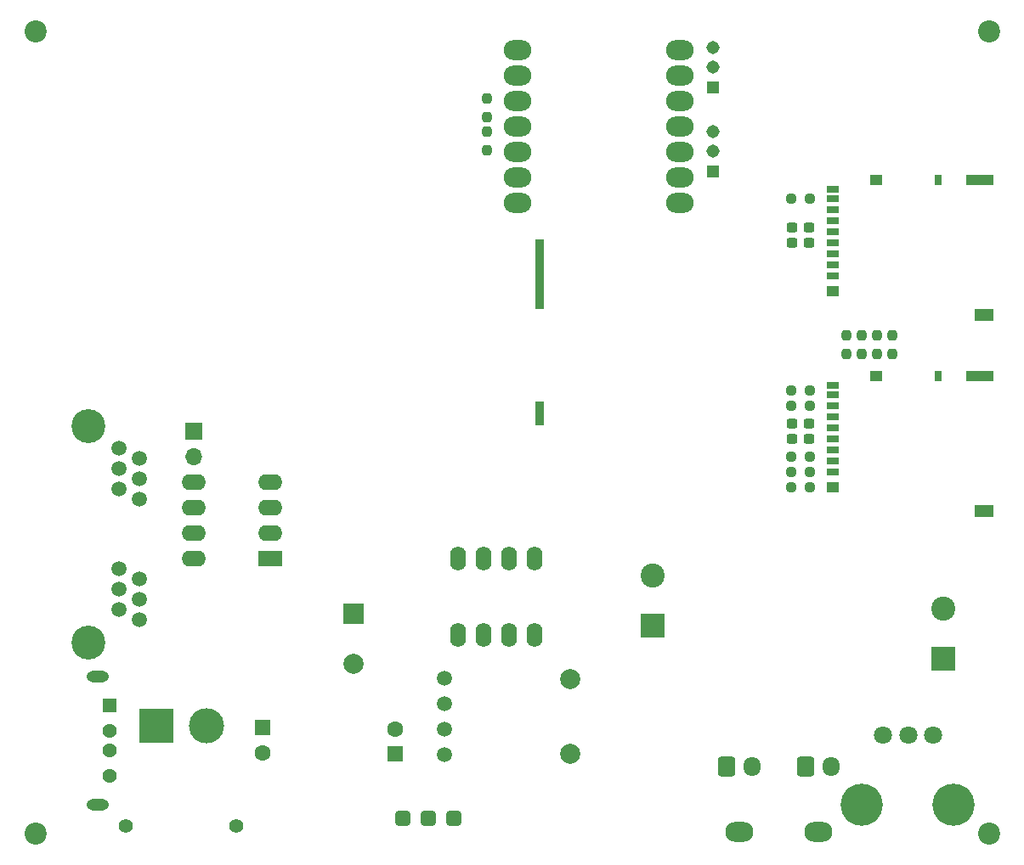
<source format=gbs>
G04 #@! TF.GenerationSoftware,KiCad,Pcbnew,(6.0.9)*
G04 #@! TF.CreationDate,2023-04-01T11:17:42+09:00*
G04 #@! TF.ProjectId,MainBoard,4d61696e-426f-4617-9264-2e6b69636164,rev?*
G04 #@! TF.SameCoordinates,Original*
G04 #@! TF.FileFunction,Soldermask,Bot*
G04 #@! TF.FilePolarity,Negative*
%FSLAX46Y46*%
G04 Gerber Fmt 4.6, Leading zero omitted, Abs format (unit mm)*
G04 Created by KiCad (PCBNEW (6.0.9)) date 2023-04-01 11:17:42*
%MOMM*%
%LPD*%
G01*
G04 APERTURE LIST*
G04 Aperture macros list*
%AMRoundRect*
0 Rectangle with rounded corners*
0 $1 Rounding radius*
0 $2 $3 $4 $5 $6 $7 $8 $9 X,Y pos of 4 corners*
0 Add a 4 corners polygon primitive as box body*
4,1,4,$2,$3,$4,$5,$6,$7,$8,$9,$2,$3,0*
0 Add four circle primitives for the rounded corners*
1,1,$1+$1,$2,$3*
1,1,$1+$1,$4,$5*
1,1,$1+$1,$6,$7*
1,1,$1+$1,$8,$9*
0 Add four rect primitives between the rounded corners*
20,1,$1+$1,$2,$3,$4,$5,0*
20,1,$1+$1,$4,$5,$6,$7,0*
20,1,$1+$1,$6,$7,$8,$9,0*
20,1,$1+$1,$8,$9,$2,$3,0*%
G04 Aperture macros list end*
%ADD10R,1.308000X1.308000*%
%ADD11C,1.308000*%
%ADD12R,1.428000X1.428000*%
%ADD13C,1.428000*%
%ADD14O,2.216000X1.108000*%
%ADD15R,2.400000X2.400000*%
%ADD16C,2.400000*%
%ADD17C,2.000000*%
%ADD18C,1.500000*%
%ADD19C,2.200000*%
%ADD20RoundRect,0.381000X-0.381000X-0.381000X0.381000X-0.381000X0.381000X0.381000X-0.381000X0.381000X0*%
%ADD21R,2.000000X2.000000*%
%ADD22R,1.600000X1.600000*%
%ADD23C,1.600000*%
%ADD24R,1.700000X1.700000*%
%ADD25O,1.700000X1.700000*%
%ADD26O,2.800000X2.000000*%
%ADD27RoundRect,0.250000X-0.600000X-0.725000X0.600000X-0.725000X0.600000X0.725000X-0.600000X0.725000X0*%
%ADD28O,1.700000X1.950000*%
%ADD29C,1.400000*%
%ADD30R,3.500000X3.500000*%
%ADD31C,3.500000*%
%ADD32C,3.380000*%
%ADD33C,1.509000*%
%ADD34C,4.200000*%
%ADD35C,1.800000*%
%ADD36R,2.400000X1.600000*%
%ADD37O,2.400000X1.600000*%
%ADD38O,1.600000X2.400000*%
%ADD39RoundRect,0.237500X0.250000X0.237500X-0.250000X0.237500X-0.250000X-0.237500X0.250000X-0.237500X0*%
%ADD40O,2.748280X1.998980*%
%ADD41RoundRect,0.237500X0.300000X0.237500X-0.300000X0.237500X-0.300000X-0.237500X0.300000X-0.237500X0*%
%ADD42R,0.950000X7.000000*%
%ADD43R,0.950000X2.350000*%
%ADD44R,1.200000X0.700000*%
%ADD45R,0.800000X1.000000*%
%ADD46R,1.200000X1.000000*%
%ADD47R,1.900000X1.300000*%
%ADD48R,2.800000X1.000000*%
%ADD49RoundRect,0.237500X-0.237500X0.250000X-0.237500X-0.250000X0.237500X-0.250000X0.237500X0.250000X0*%
%ADD50RoundRect,0.237500X0.237500X-0.250000X0.237500X0.250000X-0.237500X0.250000X-0.237500X-0.250000X0*%
G04 APERTURE END LIST*
D10*
X136779000Y-70326000D03*
D11*
X136779000Y-68326000D03*
X136779000Y-66326000D03*
D12*
X76679500Y-132009000D03*
D13*
X76679500Y-134509000D03*
X76679500Y-136509000D03*
X76679500Y-139009000D03*
D14*
X75479500Y-129109000D03*
X75479500Y-141909000D03*
D15*
X159766000Y-127291959D03*
D16*
X159766000Y-122291959D03*
D17*
X122589999Y-136846001D03*
X122589999Y-129346001D03*
D18*
X110059999Y-129286001D03*
X110059999Y-131826001D03*
X110059999Y-134366001D03*
X110059999Y-136906001D03*
D19*
X164302000Y-64744000D03*
D20*
X105918000Y-143256000D03*
X108458000Y-143256000D03*
X110998000Y-143256000D03*
D21*
X100965000Y-122854323D03*
D17*
X100965000Y-127854323D03*
D22*
X91948000Y-134199621D03*
D23*
X91948000Y-136699621D03*
D24*
X85090000Y-104643000D03*
D25*
X85090000Y-107183000D03*
D26*
X139446000Y-144570000D03*
D27*
X138196000Y-138070000D03*
D28*
X140696000Y-138070000D03*
D22*
X105156000Y-136818380D03*
D23*
X105156000Y-134318380D03*
D29*
X78320000Y-144025000D03*
X89320000Y-144025000D03*
D30*
X81320000Y-134025000D03*
D31*
X86320000Y-134025000D03*
D19*
X69302000Y-64744000D03*
D32*
X74549000Y-104123000D03*
X74549000Y-125713000D03*
D33*
X77599000Y-106313000D03*
X79629000Y-107333000D03*
X77599000Y-108353000D03*
X79629000Y-109373000D03*
X77599000Y-110393000D03*
X79629000Y-111413000D03*
X77599000Y-118373000D03*
X79629000Y-119393000D03*
X77599000Y-120413000D03*
X79629000Y-121433000D03*
X77599000Y-122453000D03*
X79629000Y-123473000D03*
D10*
X136779000Y-78708000D03*
D11*
X136779000Y-76708000D03*
X136779000Y-74708000D03*
D34*
X151638000Y-141916000D03*
X160782000Y-141916000D03*
D35*
X158750000Y-134916000D03*
X156250000Y-134916000D03*
X153750000Y-134916000D03*
D15*
X130810000Y-123989959D03*
D16*
X130810000Y-118989959D03*
D36*
X92725000Y-117338000D03*
D37*
X92725000Y-114798000D03*
X92725000Y-112258000D03*
X92725000Y-109718000D03*
X85105000Y-109718000D03*
X85105000Y-112258000D03*
X85105000Y-114798000D03*
X85105000Y-117338000D03*
D26*
X147320000Y-144570000D03*
D27*
X146070000Y-138070000D03*
D28*
X148570000Y-138070000D03*
D19*
X164302000Y-144744000D03*
D38*
X118999000Y-117348000D03*
X116459000Y-117348000D03*
X113919000Y-117348000D03*
X111379000Y-117348000D03*
X111379000Y-124968000D03*
X113919000Y-124968000D03*
X116459000Y-124968000D03*
X118999000Y-124968000D03*
D19*
X69302000Y-144744000D03*
D39*
X146454500Y-100584000D03*
X144629500Y-100584000D03*
D40*
X133511290Y-66660490D03*
X133511290Y-69200490D03*
X133511290Y-71740490D03*
X133511290Y-74280490D03*
X133511290Y-76820490D03*
X133511290Y-79360490D03*
X133511290Y-81900490D03*
X117346730Y-81900490D03*
X117346730Y-79360490D03*
X117346730Y-76820490D03*
X117346730Y-74280490D03*
X117346730Y-71740490D03*
X117346730Y-69200490D03*
X117346730Y-66660490D03*
D41*
X146404500Y-105410000D03*
X144679500Y-105410000D03*
D42*
X119543000Y-88988000D03*
D43*
X119543000Y-102888000D03*
D44*
X148739000Y-108693000D03*
X148739000Y-107593000D03*
X148739000Y-106493000D03*
X148739000Y-105393000D03*
X148739000Y-104293000D03*
X148739000Y-103193000D03*
X148739000Y-102093000D03*
X148739000Y-100993000D03*
X148739000Y-100043000D03*
D45*
X159239000Y-99093000D03*
D46*
X153039000Y-99093000D03*
X148739000Y-110243000D03*
D47*
X163839000Y-112593000D03*
D48*
X163389000Y-99093000D03*
D49*
X150114000Y-95099500D03*
X150114000Y-96924500D03*
X114300000Y-71477500D03*
X114300000Y-73302500D03*
D41*
X146404500Y-84328000D03*
X144679500Y-84328000D03*
D49*
X151638000Y-95099500D03*
X151638000Y-96924500D03*
D41*
X146404500Y-103886000D03*
X144679500Y-103886000D03*
D39*
X146454500Y-110236000D03*
X144629500Y-110236000D03*
D50*
X114300000Y-76604500D03*
X114300000Y-74779500D03*
D44*
X148739000Y-89135000D03*
X148739000Y-88035000D03*
X148739000Y-86935000D03*
X148739000Y-85835000D03*
X148739000Y-84735000D03*
X148739000Y-83635000D03*
X148739000Y-82535000D03*
X148739000Y-81435000D03*
X148739000Y-80485000D03*
D45*
X159239000Y-79535000D03*
D46*
X153039000Y-79535000D03*
D47*
X163839000Y-93035000D03*
D46*
X148739000Y-90685000D03*
D48*
X163389000Y-79535000D03*
D39*
X146454500Y-81407000D03*
X144629500Y-81407000D03*
D49*
X153162000Y-95099500D03*
X153162000Y-96924500D03*
X154686000Y-95099500D03*
X154686000Y-96924500D03*
D39*
X146454500Y-102108000D03*
X144629500Y-102108000D03*
D41*
X146404500Y-85852000D03*
X144679500Y-85852000D03*
D39*
X146454500Y-108712000D03*
X144629500Y-108712000D03*
X146454500Y-107188000D03*
X144629500Y-107188000D03*
M02*

</source>
